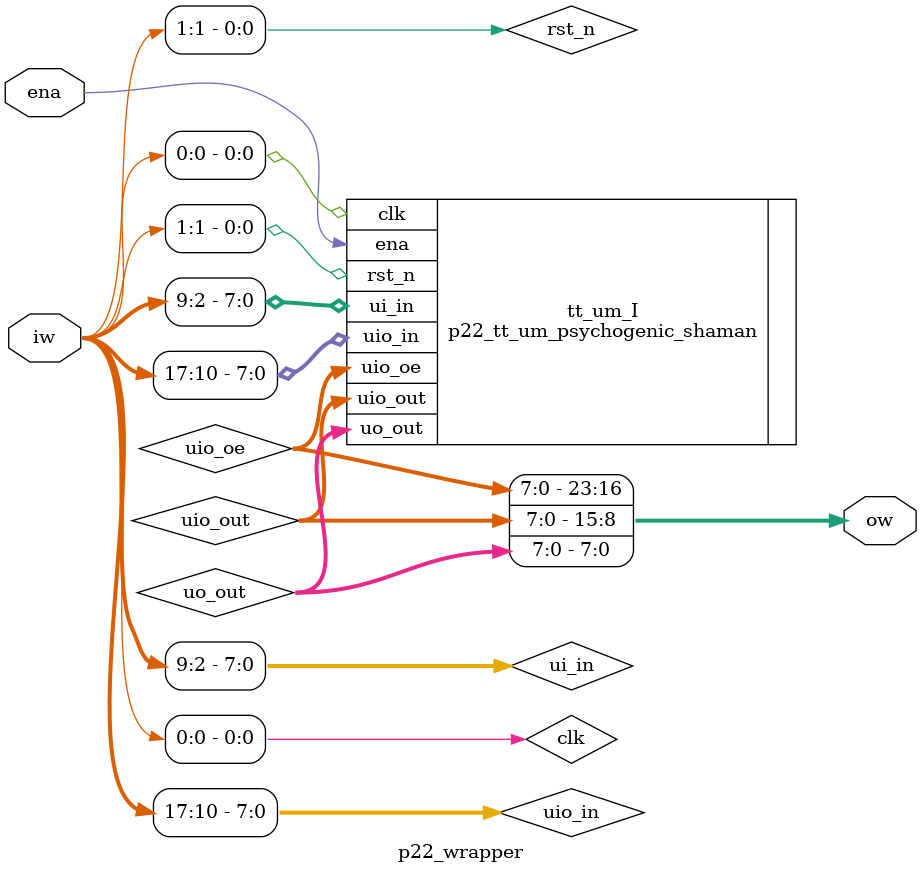
<source format=v>
`default_nettype none

module p22_wrapper (
  input wire ena,
  input wire [17:0] iw,
  output wire [23:0] ow
);

wire [7:0] uio_in;
wire [7:0] uio_out;
wire [7:0] uio_oe;
wire [7:0] uo_out;
wire [7:0] ui_in;
wire clk;
wire rst_n;

assign { uio_in, ui_in, rst_n, clk} = iw;
assign ow = { uio_oe, uio_out, uo_out };

p22_tt_um_psychogenic_shaman tt_um_I (
  .uio_in  (uio_in),
  .uio_out (uio_out),
  .uio_oe  (uio_oe),
  .uo_out  (uo_out),
  .ui_in   (ui_in),
  .ena     (ena),
  .clk     (clk),
  .rst_n   (rst_n)
);

endmodule

</source>
